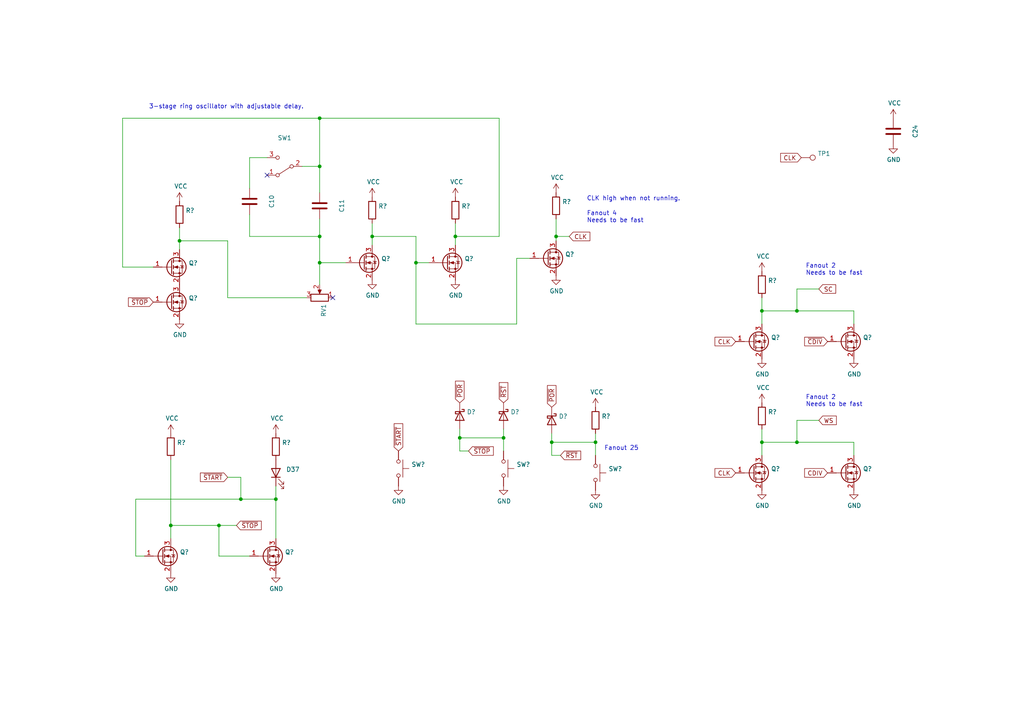
<source format=kicad_sch>
(kicad_sch (version 20211123) (generator eeschema)
  (paper "A4")
  (title_block (title "Q2 Computer") (date "2022-04-16") (rev "4c") (company "joewing.net"))
  (lib_symbols
    (symbol "Connector:TestPoint" (pin_numbers hide) (pin_names (offset 0.762) hide)
      (property "Reference" "TP" (at 0 6.858 0))
      (property "Value" "TestPoint" (at 0 5.08 0))
      (symbol "TestPoint_0_1"
        (circle (center 0 3.302) (radius 0.762))
      )
      (symbol "TestPoint_1_1"
        (pin passive line (at 0 0 90) (length 2.54) (name "1") (number "1"))
      )
    )
    (symbol "Device:C" (pin_numbers hide) (pin_names (offset 0.254))
      (property "Reference" "C" (at 0.635 2.54 0))
      (property "Value" "C" (at 0.635 -2.54 0))
      (symbol "C_0_1"
        (polyline (pts (xy -2.032 -0.762) (xy 2.032 -0.762)) (stroke (width 0.508)))
        (polyline (pts (xy -2.032 0.762) (xy 2.032 0.762)) (stroke (width 0.508)))
      )
      (symbol "C_1_1"
        (pin passive line (at 0 3.81 270) (length 2.794) (name "~") (number "1"))
        (pin passive line (at 0 -3.81 90) (length 2.794) (name "~") (number "2"))
      )
    )
    (symbol "Device:LED" (pin_numbers hide) (pin_names (offset 1.016) hide)
      (property "Reference" "D" (at 0 2.54 0))
      (property "Value" "LED" (at 0 -2.54 0))
      (symbol "LED_0_1"
        (polyline (pts (xy -1.27 -1.27) (xy -1.27 1.27)) (stroke (width 0.254)))
        (polyline (pts (xy -1.27 0) (xy 1.27 0)))
        (polyline (pts (xy 1.27 -1.27) (xy 1.27 1.27) (xy -1.27 0) (xy 1.27 -1.27)) (stroke (width 0.254)))
        (polyline (pts (xy -3.048 -0.762) (xy -4.572 -2.286) (xy -3.81 -2.286) (xy -4.572 -2.286) (xy -4.572 -1.524)))
        (polyline (pts (xy -1.778 -0.762) (xy -3.302 -2.286) (xy -2.54 -2.286) (xy -3.302 -2.286) (xy -3.302 -1.524)))
      )
      (symbol "LED_1_1"
        (pin passive line (at -3.81 0 0) (length 2.54) (name "K") (number "1"))
        (pin passive line (at 3.81 0 180) (length 2.54) (name "A") (number "2"))
      )
    )
    (symbol "Device:R" (pin_numbers hide) (pin_names (offset 0))
      (property "Reference" "R" (at 2.032 0 90))
      (property "Value" "R" (at 0 0 90))
      (symbol "R_0_1"
        (rectangle (start -1.016 -2.54) (end 1.016 2.54) (stroke (width 0.254)))
      )
      (symbol "R_1_1"
        (pin passive line (at 0 3.81 270) (length 1.27) (name "~") (number "1"))
        (pin passive line (at 0 -3.81 90) (length 1.27) (name "~") (number "2"))
      )
    )
    (symbol "Diode:BAT43W-V" (pin_numbers hide) (pin_names (offset 1.016) hide)
      (property "Reference" "D" (at 0 2.54 0))
      (property "Value" "BAT43W-V" (at 0 -2.54 0))
      (symbol "BAT43W-V_0_1"
        (polyline (pts (xy 1.27 0) (xy -1.27 0)))
        (polyline (pts (xy 1.27 1.27) (xy 1.27 -1.27) (xy -1.27 0) (xy 1.27 1.27)) (stroke (width 0.254)))
        (polyline (pts (xy -1.905 0.635) (xy -1.905 1.27) (xy -1.27 1.27) (xy -1.27 -1.27) (xy -0.635 -1.27) (xy -0.635 -0.635)) (stroke (width 0.254)))
      )
      (symbol "BAT43W-V_1_1"
        (pin passive line (at -3.81 0 0) (length 2.54) (name "K") (number "1"))
        (pin passive line (at 3.81 0 180) (length 2.54) (name "A") (number "2"))
      )
    )
    (symbol "Switch:SW_Push" (pin_numbers hide) (pin_names (offset 1.016) hide)
      (property "Reference" "SW" (at 1.27 2.54 0))
      (property "Value" "SW_Push" (at 0 -1.524 0))
      (symbol "SW_Push_0_1"
        (circle (center -2.032 0) (radius 0.508))
        (polyline (pts (xy 0 1.27) (xy 0 3.048)))
        (polyline (pts (xy 2.54 1.27) (xy -2.54 1.27)))
        (circle (center 2.032 0) (radius 0.508))
        (pin passive line (at -5.08 0 0) (length 2.54) (name "1") (number "1"))
        (pin passive line (at 5.08 0 180) (length 2.54) (name "2") (number "2"))
      )
    )
    (symbol "Switch:SW_SPDT" (pin_names (offset 0) hide)
      (property "Reference" "SW" (at 0 4.318 0))
      (property "Value" "SW_SPDT" (at 0 -5.08 0))
      (symbol "SW_SPDT_0_0"
        (circle (center -2.032 0) (radius 0.508))
        (circle (center 2.032 -2.54) (radius 0.508))
      )
      (symbol "SW_SPDT_0_1"
        (polyline (pts (xy -1.524 0.254) (xy 1.651 2.286)))
        (circle (center 2.032 2.54) (radius 0.508))
      )
      (symbol "SW_SPDT_1_1"
        (pin passive line (at 5.08 2.54 180) (length 2.54) (name "A") (number "1"))
        (pin passive line (at -5.08 0 0) (length 2.54) (name "B") (number "2"))
        (pin passive line (at 5.08 -2.54 180) (length 2.54) (name "C") (number "3"))
      )
    )
    (symbol "Transistor_FET:2N7002" (pin_names hide)
      (property "Reference" "Q" (at 5.08 1.905 0))
      (property "Value" "2N7002" (at 5.08 0 0))
      (symbol "2N7002_0_1"
        (polyline (pts (xy 0.254 0) (xy -2.54 0)))
        (polyline (pts (xy 0.254 1.905) (xy 0.254 -1.905)) (stroke (width 0.254)))
        (polyline (pts (xy 0.762 -1.27) (xy 0.762 -2.286)) (stroke (width 0.254)))
        (polyline (pts (xy 0.762 0.508) (xy 0.762 -0.508)) (stroke (width 0.254)))
        (polyline (pts (xy 0.762 2.286) (xy 0.762 1.27)) (stroke (width 0.254)))
        (polyline (pts (xy 2.54 2.54) (xy 2.54 1.778)))
        (polyline (pts (xy 2.54 -2.54) (xy 2.54 0) (xy 0.762 0)))
        (polyline (pts (xy 0.762 -1.778) (xy 3.302 -1.778) (xy 3.302 1.778) (xy 0.762 1.778)))
        (polyline (pts (xy 1.016 0) (xy 2.032 0.381) (xy 2.032 -0.381) (xy 1.016 0)) (fill (type outline)))
        (polyline (pts (xy 2.794 0.508) (xy 2.921 0.381) (xy 3.683 0.381) (xy 3.81 0.254)))
        (polyline (pts (xy 3.302 0.381) (xy 2.921 -0.254) (xy 3.683 -0.254) (xy 3.302 0.381)))
        (circle (center 1.651 0) (radius 2.794) (stroke (width 0.254)))
        (circle (center 2.54 -1.778) (radius 0.254) (fill (type outline)))
        (circle (center 2.54 1.778) (radius 0.254) (fill (type outline)))
      )
      (symbol "2N7002_1_1"
        (pin input line (at -5.08 0 0) (length 2.54) (name "G") (number "1"))
        (pin passive line (at 2.54 -5.08 90) (length 2.54) (name "S") (number "2"))
        (pin passive line (at 2.54 5.08 270) (length 2.54) (name "D") (number "3"))
      )
    )
    (symbol "power:GND" (power) (pin_names (offset 0))
      (property "Value" "GND" (at 0 -3.81 0))
      (symbol "GND_0_1"
        (polyline (pts (xy 0 0) (xy 0 -1.27) (xy 1.27 -1.27) (xy 0 -2.54) (xy -1.27 -1.27) (xy 0 -1.27)))
      )
      (symbol "GND_1_1"
        (pin power_in line (at 0 0 270) (length 0) hide (name "GND") (number "1"))
      )
    )
    (symbol "power:VCC" (power) (pin_names (offset 0))
      (property "Value" "VCC" (at 0 3.81 0))
      (symbol "VCC_0_1"
        (polyline (pts (xy -0.762 1.27) (xy 0 2.54)))
        (polyline (pts (xy 0 0) (xy 0 2.54)))
        (polyline (pts (xy 0 2.54) (xy 0.762 1.27)))
      )
      (symbol "VCC_1_1"
        (pin power_in line (at 0 0 90) (length 0) hide (name "VCC") (number "1"))
      )
    )
    (symbol "q2-rescue:R_POT-Device" (pin_names (offset 1.016) hide)
      (property "Reference" "RV" (at -4.445 0 90))
      (property "Value" "R_POT-Device" (at -2.54 0 90))
      (symbol "R_POT-Device_0_1"
        (polyline (pts (xy 2.54 0) (xy 1.524 0)))
        (polyline (pts (xy 1.143 0) (xy 2.286 0.508) (xy 2.286 -0.508) (xy 1.143 0)) (fill (type outline)))
        (rectangle (start 1.016 2.54) (end -1.016 -2.54) (stroke (width 0.254)))
      )
      (symbol "R_POT-Device_1_1"
        (pin passive line (at 0 3.81 270) (length 1.27) (name "1") (number "1"))
        (pin passive line (at 3.81 0 180) (length 1.27) (name "2") (number "2"))
        (pin passive line (at 0 -3.81 90) (length 1.27) (name "3") (number "3"))
      )
    )
  )
  (junction (at 172.72 128.27))
  (junction (at 49.53 152.4))
  (junction (at 52.07 69.85))
  (junction (at 160.02 128.27))
  (junction (at 63.5 152.4))
  (junction (at 92.71 34.29))
  (junction (at 92.71 76.2))
  (junction (at 220.98 128.27))
  (junction (at 231.14 90.17))
  (junction (at 92.71 68.58))
  (junction (at 132.08 68.58))
  (junction (at 146.05 127))
  (junction (at 107.95 68.58))
  (junction (at 80.01 144.78))
  (junction (at 220.98 90.17))
  (junction (at 231.14 128.27))
  (junction (at 161.29 68.58))
  (junction (at 92.71 48.26))
  (junction (at 69.85 144.78))
  (junction (at 120.65 76.2))
  (junction (at 133.35 127))
  (no_connect (at 77.47 50.8))
  (no_connect (at 96.52 86.36))
  (wire (pts (xy 247.65 90.17) (xy 231.14 90.17)))
  (wire (pts (xy 72.39 68.58) (xy 92.71 68.58)))
  (wire (pts (xy 132.08 64.77) (xy 132.08 68.58)))
  (wire (pts (xy 35.56 34.29) (xy 92.71 34.29)))
  (wire (pts (xy 220.98 132.08) (xy 220.98 128.27)))
  (wire (pts (xy 247.65 132.08) (xy 247.65 128.27)))
  (wire (pts (xy 63.5 152.4) (xy 49.53 152.4)))
  (wire (pts (xy 92.71 76.2) (xy 100.33 76.2)))
  (wire (pts (xy 132.08 68.58) (xy 132.08 71.12)))
  (wire (pts (xy 172.72 132.08) (xy 172.72 128.27)))
  (wire (pts (xy 66.04 69.85) (xy 66.04 86.36)))
  (wire (pts (xy 107.95 68.58) (xy 107.95 71.12)))
  (wire (pts (xy 231.14 121.92) (xy 231.14 128.27)))
  (wire (pts (xy 39.37 161.29) (xy 41.91 161.29)))
  (wire (pts (xy 161.29 63.5) (xy 161.29 68.58)))
  (wire (pts (xy 92.71 68.58) (xy 92.71 63.5)))
  (wire (pts (xy 49.53 133.35) (xy 49.53 152.4)))
  (wire (pts (xy 39.37 161.29) (xy 39.37 144.78)))
  (wire (pts (xy 132.08 68.58) (xy 144.78 68.58)))
  (wire (pts (xy 92.71 68.58) (xy 92.71 76.2)))
  (wire (pts (xy 72.39 62.23) (xy 72.39 68.58)))
  (wire (pts (xy 52.07 69.85) (xy 66.04 69.85)))
  (wire (pts (xy 80.01 140.97) (xy 80.01 144.78)))
  (wire (pts (xy 35.56 77.47) (xy 44.45 77.47)))
  (wire (pts (xy 133.35 130.81) (xy 133.35 127)))
  (wire (pts (xy 220.98 124.46) (xy 220.98 128.27)))
  (wire (pts (xy 92.71 76.2) (xy 92.71 82.55)))
  (wire (pts (xy 120.65 93.98) (xy 149.86 93.98)))
  (wire (pts (xy 237.49 121.92) (xy 231.14 121.92)))
  (wire (pts (xy 149.86 74.93) (xy 153.67 74.93)))
  (wire (pts (xy 35.56 34.29) (xy 35.56 77.47)))
  (wire (pts (xy 135.89 130.81) (xy 133.35 130.81)))
  (wire (pts (xy 63.5 161.29) (xy 63.5 152.4)))
  (wire (pts (xy 220.98 86.36) (xy 220.98 90.17)))
  (wire (pts (xy 107.95 68.58) (xy 120.65 68.58)))
  (wire (pts (xy 66.04 86.36) (xy 88.9 86.36)))
  (wire (pts (xy 63.5 161.29) (xy 72.39 161.29)))
  (wire (pts (xy 52.07 69.85) (xy 52.07 72.39)))
  (wire (pts (xy 220.98 90.17) (xy 231.14 90.17)))
  (wire (pts (xy 87.63 48.26) (xy 92.71 48.26)))
  (wire (pts (xy 160.02 132.08) (xy 160.02 128.27)))
  (wire (pts (xy 161.29 68.58) (xy 161.29 69.85)))
  (wire (pts (xy 92.71 34.29) (xy 144.78 34.29)))
  (wire (pts (xy 69.85 138.43) (xy 69.85 144.78)))
  (wire (pts (xy 133.35 124.46) (xy 133.35 127)))
  (wire (pts (xy 220.98 128.27) (xy 231.14 128.27)))
  (wire (pts (xy 120.65 76.2) (xy 120.65 93.98)))
  (wire (pts (xy 69.85 144.78) (xy 80.01 144.78)))
  (wire (pts (xy 72.39 45.72) (xy 77.47 45.72)))
  (wire (pts (xy 107.95 64.77) (xy 107.95 68.58)))
  (wire (pts (xy 247.65 93.98) (xy 247.65 90.17)))
  (wire (pts (xy 68.58 152.4) (xy 63.5 152.4)))
  (wire (pts (xy 72.39 45.72) (xy 72.39 54.61)))
  (wire (pts (xy 49.53 152.4) (xy 49.53 156.21)))
  (wire (pts (xy 160.02 128.27) (xy 172.72 128.27)))
  (wire (pts (xy 231.14 83.82) (xy 231.14 90.17)))
  (wire (pts (xy 120.65 68.58) (xy 120.65 76.2)))
  (wire (pts (xy 247.65 128.27) (xy 231.14 128.27)))
  (wire (pts (xy 146.05 130.81) (xy 146.05 127)))
  (wire (pts (xy 66.04 138.43) (xy 69.85 138.43)))
  (wire (pts (xy 144.78 34.29) (xy 144.78 68.58)))
  (wire (pts (xy 39.37 144.78) (xy 69.85 144.78)))
  (wire (pts (xy 172.72 128.27) (xy 172.72 125.73)))
  (wire (pts (xy 52.07 66.04) (xy 52.07 69.85)))
  (wire (pts (xy 149.86 93.98) (xy 149.86 74.93)))
  (wire (pts (xy 165.1 68.58) (xy 161.29 68.58)))
  (wire (pts (xy 133.35 127) (xy 146.05 127)))
  (wire (pts (xy 160.02 125.73) (xy 160.02 128.27)))
  (wire (pts (xy 92.71 48.26) (xy 92.71 34.29)))
  (wire (pts (xy 237.49 83.82) (xy 231.14 83.82)))
  (wire (pts (xy 80.01 144.78) (xy 80.01 156.21)))
  (wire (pts (xy 162.56 132.08) (xy 160.02 132.08)))
  (wire (pts (xy 120.65 76.2) (xy 124.46 76.2)))
  (wire (pts (xy 146.05 124.46) (xy 146.05 127)))
  (wire (pts (xy 92.71 55.88) (xy 92.71 48.26)))
  (wire (pts (xy 220.98 93.98) (xy 220.98 90.17)))
  (text "Fanout 4\nNeeds to be fast" (at 170.18 64.77 0) (effects (font (size 1.27 1.27)) (justify left bottom)))
  (text "CLK high when not running." (at 170.18 58.42 0) (effects (font (size 1.27 1.27)) (justify left bottom)))
  (text "Fanout 25" (at 175.26 130.81 0) (effects (font (size 1.27 1.27)) (justify left bottom)))
  (text "Fanout 2\nNeeds to be fast" (at 233.68 80.01 0) (effects (font (size 1.27 1.27)) (justify left bottom)))
  (text "Fanout 2\nNeeds to be fast" (at 233.68 118.11 0) (effects (font (size 1.27 1.27)) (justify left bottom)))
  (text "3-stage ring oscillator with adjustable delay." (at 43.18 31.75 0) (effects (font (size 1.27 1.27)) (justify left bottom)))
  (global_label "CLK" (shape input) (at 213.36 99.06 180) (property "Intersheet References" "${INTERSHEET_REFS}" (effects hide)))
  (global_label "~{STOP}" (shape input) (at 68.58 152.4 0) (property "Intersheet References" "${INTERSHEET_REFS}" (effects hide)))
  (global_label "WS" (shape input) (at 237.49 121.92 0) (property "Intersheet References" "${INTERSHEET_REFS}" (effects hide)))
  (global_label "~{STOP}" (shape input) (at 44.45 87.63 180) (property "Intersheet References" "${INTERSHEET_REFS}" (effects hide)))
  (global_label "CLK" (shape input) (at 213.36 137.16 180) (property "Intersheet References" "${INTERSHEET_REFS}" (effects hide)))
  (global_label "~{CDIV}" (shape input) (at 240.03 99.06 180) (property "Intersheet References" "${INTERSHEET_REFS}" (effects hide)))
  (global_label "CDIV" (shape input) (at 240.03 137.16 180) (property "Intersheet References" "${INTERSHEET_REFS}" (effects hide)))
  (global_label "~{START}" (shape input) (at 115.57 130.81 90) (property "Intersheet References" "${INTERSHEET_REFS}" (effects hide)))
  (global_label "~{POR}" (shape input) (at 160.02 118.11 90) (property "Intersheet References" "${INTERSHEET_REFS}" (effects hide)))
  (global_label "~{RST}" (shape input) (at 146.05 116.84 90) (property "Intersheet References" "${INTERSHEET_REFS}" (effects hide)))
  (global_label "~{RST}" (shape input) (at 162.56 132.08 0) (property "Intersheet References" "${INTERSHEET_REFS}" (effects hide)))
  (global_label "CLK" (shape input) (at 232.41 45.72 180) (property "Intersheet References" "${INTERSHEET_REFS}" (effects hide)))
  (global_label "~{STOP}" (shape input) (at 135.89 130.81 0) (property "Intersheet References" "${INTERSHEET_REFS}" (effects hide)))
  (global_label "~{POR}" (shape input) (at 133.35 116.84 90) (property "Intersheet References" "${INTERSHEET_REFS}" (effects hide)))
  (global_label "CLK" (shape input) (at 165.1 68.58 0) (property "Intersheet References" "${INTERSHEET_REFS}" (effects hide)))
  (global_label "SC" (shape input) (at 237.49 83.82 0) (property "Intersheet References" "${INTERSHEET_REFS}" (effects hide)))
  (global_label "~{START}" (shape input) (at 66.04 138.43 180) (property "Intersheet References" "${INTERSHEET_REFS}" (effects hide)))
  (symbol (lib_id "Connector:TestPoint") (at 232.41 45.72 270) (unit 1)
    (property "Reference" "TP1" (at 237.1852 44.5516 90) (effects (justify left)))
  )
  (symbol (lib_id "Device:R") (at 220.98 82.55 0) (unit 1)
    (property "Reference" "R?" (at 222.758 81.3816 0) (effects (justify left)))
    (property "LCSC" "C23162" (effects hide))
    (property "Manufacturer" "UNI-ROYAL(Uniroyal Elec)" (effects hide))
    (property "Part Number" "0603WAF4701T5E" (effects hide))
    (property "Package" "0603" (effects hide))
    (property "Type" "SMD" (effects hide))
  )
  (symbol (lib_id "Switch:SW_SPDT") (at 82.55 48.26 180) (unit 1)
    (property "Reference" "SW1" (at 82.55 40.005 0))
    (property "LCSC" "C514017" (effects hide))
    (property "Manufacturer" "Yuandi" (effects hide))
    (property "Part Number" "TA-3524S-A2" (effects hide))
    (property "Package" "6.6x2.7x2mm" (effects hide))
    (property "Type" "SMD" (effects hide))
  )
  (symbol (lib_id "Device:C") (at 72.39 58.42 180) (unit 1)
    (property "Reference" "C10" (at 78.7908 58.42 90))
    (property "LCSC" "C28323" (effects hide))
    (property "Manufacturer" "Samsung Electro-Mechanics" (effects hide))
    (property "Part Number" "CL21B105KBFNNNE" (effects hide))
    (property "Package" "0805" (effects hide))
    (property "Type" "SMD" (effects hide))
  )
  (symbol (lib_id "power:GND") (at 49.53 166.37 0) (unit 1)
    (property "Reference" "#PWR?" (effects hide))
  )
  (symbol (lib_id "power:GND") (at 80.01 166.37 0) (unit 1)
    (property "Reference" "#PWR?" (effects hide))
  )
  (symbol (lib_id "Device:R") (at 49.53 129.54 0) (unit 1)
    (property "Reference" "R?" (at 51.308 128.3716 0) (effects (justify left)))
    (property "LCSC" "C25804" (effects hide))
    (property "Manufacturer" "UNI-ROYAL(Uniroyal Elec)" (effects hide))
    (property "Part Number" "0603WAF1002T5E" (effects hide))
    (property "Package" "0603" (effects hide))
    (property "Type" "SMD" (effects hide))
  )
  (symbol (lib_id "power:VCC") (at 49.53 125.73 0) (unit 1)
    (property "Reference" "#PWR?" (effects hide))
  )
  (symbol (lib_id "power:GND") (at 220.98 104.14 0) (unit 1)
    (property "Reference" "#PWR?" (effects hide))
  )
  (symbol (lib_id "power:GND") (at 247.65 104.14 0) (unit 1)
    (property "Reference" "#PWR?" (effects hide))
  )
  (symbol (lib_id "power:VCC") (at 220.98 78.74 0) (unit 1)
    (property "Reference" "#PWR?" (effects hide))
  )
  (symbol (lib_id "Device:LED") (at 80.01 137.16 90) (unit 1)
    (property "Reference" "D37" (at 83.0072 136.1694 90) (effects (justify right)))
    (property "LCSC" "C2296" (effects hide))
    (property "Manufacturer" "Hubei KENTO Elec" (effects hide))
    (property "Part Number" "17-21SUYC/TR8" (effects hide))
    (property "Package" "0805" (effects hide))
    (property "Type" "SMD" (effects hide))
  )
  (symbol (lib_id "Device:R") (at 80.01 129.54 0) (unit 1)
    (property "Reference" "R?" (at 81.788 128.3716 0) (effects (justify left)))
    (property "LCSC" "C21190" (effects hide))
    (property "Manufacturer" "UNI-ROYAL(Uniroyal Elec)" (effects hide))
    (property "Part Number" "0603WAF1001T5E" (effects hide))
    (property "Package" "0603" (effects hide))
    (property "Type" "SMD" (effects hide))
  )
  (symbol (lib_id "power:VCC") (at 80.01 125.73 0) (unit 1)
    (property "Reference" "#PWR?" (effects hide))
  )
  (symbol (lib_id "power:GND") (at 220.98 142.24 0) (unit 1)
    (property "Reference" "#PWR?" (effects hide))
  )
  (symbol (lib_id "power:GND") (at 247.65 142.24 0) (unit 1)
    (property "Reference" "#PWR?" (effects hide))
  )
  (symbol (lib_id "power:VCC") (at 220.98 116.84 0) (unit 1)
    (property "Reference" "#PWR?" (effects hide))
  )
  (symbol (lib_id "Transistor_FET:2N7002") (at 218.44 137.16 0) (unit 1)
    (property "Reference" "Q?" (at 223.6216 135.9916 0) (effects (justify left)))
    (property "LCSC" "C181083" (effects hide))
    (property "Manufacturer" "Guangdong Hottech" (effects hide))
    (property "Part Number" "2N7002" (effects hide))
    (property "Package" "SOT-23" (effects hide))
    (property "Type" "SMD" (effects hide))
  )
  (symbol (lib_id "Transistor_FET:2N7002") (at 245.11 137.16 0) (unit 1)
    (property "Reference" "Q?" (at 250.2916 135.9916 0) (effects (justify left)))
    (property "LCSC" "C181083" (effects hide))
    (property "Manufacturer" "Guangdong Hottech" (effects hide))
    (property "Part Number" "2N7002" (effects hide))
    (property "Package" "SOT-23" (effects hide))
    (property "Type" "SMD" (effects hide))
  )
  (symbol (lib_id "Device:R") (at 220.98 120.65 0) (unit 1)
    (property "Reference" "R?" (at 222.758 119.4816 0) (effects (justify left)))
    (property "LCSC" "C23162" (effects hide))
    (property "Manufacturer" "UNI-ROYAL(Uniroyal Elec)" (effects hide))
    (property "Part Number" "0603WAF4701T5E" (effects hide))
    (property "Package" "0603" (effects hide))
    (property "Type" "SMD" (effects hide))
  )
  (symbol (lib_id "Transistor_FET:2N7002") (at 218.44 99.06 0) (unit 1)
    (property "Reference" "Q?" (at 223.6216 97.8916 0) (effects (justify left)))
    (property "LCSC" "C181083" (effects hide))
    (property "Manufacturer" "Guangdong Hottech" (effects hide))
    (property "Part Number" "2N7002" (effects hide))
    (property "Package" "SOT-23" (effects hide))
    (property "Type" "SMD" (effects hide))
  )
  (symbol (lib_id "Transistor_FET:2N7002") (at 245.11 99.06 0) (unit 1)
    (property "Reference" "Q?" (at 250.2916 97.8916 0) (effects (justify left)))
    (property "LCSC" "C181083" (effects hide))
    (property "Manufacturer" "Guangdong Hottech" (effects hide))
    (property "Part Number" "2N7002" (effects hide))
    (property "Package" "SOT-23" (effects hide))
    (property "Type" "SMD" (effects hide))
  )
  (symbol (lib_id "Transistor_FET:2N7002") (at 46.99 161.29 0) (unit 1)
    (property "Reference" "Q?" (at 52.1716 160.1216 0) (effects (justify left)))
    (property "LCSC" "C181083" (effects hide))
    (property "Manufacturer" "Guangdong Hottech" (effects hide))
    (property "Part Number" "2N7002" (effects hide))
    (property "Package" "SOT-23" (effects hide))
    (property "Type" "SMD" (effects hide))
  )
  (symbol (lib_id "Transistor_FET:2N7002") (at 77.47 161.29 0) (unit 1)
    (property "Reference" "Q?" (at 82.6516 160.1216 0) (effects (justify left)))
    (property "LCSC" "C181083" (effects hide))
    (property "Manufacturer" "Guangdong Hottech" (effects hide))
    (property "Part Number" "2N7002" (effects hide))
    (property "Package" "SOT-23" (effects hide))
    (property "Type" "SMD" (effects hide))
  )
  (symbol (lib_id "Transistor_FET:2N7002") (at 105.41 76.2 0) (unit 1)
    (property "Reference" "Q?" (at 110.5916 75.0316 0) (effects (justify left)))
    (property "LCSC" "C181083" (effects hide))
    (property "Manufacturer" "Guangdong Hottech" (effects hide))
    (property "Part Number" "2N7002K" (effects hide))
    (property "Package" "SOT-23" (effects hide))
    (property "Type" "SMD" (effects hide))
  )
  (symbol (lib_id "Transistor_FET:2N7002") (at 49.53 77.47 0) (unit 1)
    (property "Reference" "Q?" (at 54.7116 76.3016 0) (effects (justify left)))
    (property "LCSC" "C181083" (effects hide))
    (property "Manufacturer" "Guangdong Hottech" (effects hide))
    (property "Part Number" "2N7002K" (effects hide))
    (property "Package" "SOT-23" (effects hide))
    (property "Type" "SMD" (effects hide))
  )
  (symbol (lib_id "Transistor_FET:2N7002") (at 129.54 76.2 0) (unit 1)
    (property "Reference" "Q?" (at 134.7216 75.0316 0) (effects (justify left)))
    (property "LCSC" "C181083" (effects hide))
    (property "Manufacturer" "Guangdong Hottech" (effects hide))
    (property "Part Number" "2N7002K" (effects hide))
    (property "Package" "SOT-23" (effects hide))
    (property "Type" "SMD" (effects hide))
  )
  (symbol (lib_id "Device:R") (at 52.07 62.23 0) (unit 1)
    (property "Reference" "R?" (at 53.848 61.0616 0) (effects (justify left)))
    (property "LCSC" "C25804" (effects hide))
    (property "Manufacturer" "UNI-ROYAL(Uniroyal Elec)" (effects hide))
    (property "Part Number" "0603WAF1002T5E" (effects hide))
    (property "Package" "0603" (effects hide))
    (property "Type" "SMD" (effects hide))
  )
  (symbol (lib_id "power:VCC") (at 52.07 58.42 0) (unit 1)
    (property "Reference" "#PWR?" (effects hide))
  )
  (symbol (lib_id "Device:R") (at 132.08 60.96 0) (unit 1)
    (property "Reference" "R?" (at 133.858 59.7916 0) (effects (justify left)))
    (property "LCSC" "C25804" (effects hide))
    (property "Manufacturer" "UNI-ROYAL(Uniroyal Elec)" (effects hide))
    (property "Part Number" "0603WAF1002T5E" (effects hide))
    (property "Package" "0603" (effects hide))
    (property "Type" "SMD" (effects hide))
  )
  (symbol (lib_id "power:VCC") (at 132.08 57.15 0) (unit 1)
    (property "Reference" "#PWR?" (effects hide))
  )
  (symbol (lib_id "power:GND") (at 52.07 92.71 0) (unit 1)
    (property "Reference" "#PWR?" (effects hide))
  )
  (symbol (lib_id "Device:R") (at 161.29 59.69 0) (unit 1)
    (property "Reference" "R?" (at 163.068 58.5216 0) (effects (justify left)))
    (property "LCSC" "C23162" (effects hide))
    (property "Manufacturer" "UNI-ROYAL(Uniroyal Elec)" (effects hide))
    (property "Part Number" "0603WAF4701T5E" (effects hide))
    (property "Package" "0603" (effects hide))
    (property "Type" "SMD" (effects hide))
  )
  (symbol (lib_id "power:VCC") (at 161.29 55.88 0) (unit 1)
    (property "Reference" "#PWR?" (effects hide))
  )
  (symbol (lib_id "Transistor_FET:2N7002") (at 49.53 87.63 0) (unit 1)
    (property "Reference" "Q?" (at 54.7116 86.4616 0) (effects (justify left)))
    (property "LCSC" "C181083" (effects hide))
    (property "Manufacturer" "Guangdong Hottech" (effects hide))
    (property "Part Number" "2N7002K" (effects hide))
    (property "Package" "SOT-23" (effects hide))
    (property "Type" "SMD" (effects hide))
  )
  (symbol (lib_id "Device:C") (at 92.71 59.69 180) (unit 1)
    (property "Reference" "C11" (at 99.1108 59.69 90))
    (property "LCSC" "C1743" (effects hide))
    (property "Manufacturer" "FH" (effects hide))
    (property "Part Number" "0805B471K500NT" (effects hide))
    (property "Package" "0805" (effects hide))
    (property "Type" "SMD" (effects hide))
  )
  (symbol (lib_id "Device:R") (at 107.95 60.96 0) (unit 1)
    (property "Reference" "R?" (at 109.728 59.7916 0) (effects (justify left)))
    (property "LCSC" "C25804" (effects hide))
    (property "Manufacturer" "UNI-ROYAL(Uniroyal Elec)" (effects hide))
    (property "Part Number" "0603WAF1002T5E" (effects hide))
    (property "Package" "0603" (effects hide))
    (property "Type" "SMD" (effects hide))
  )
  (symbol (lib_id "Transistor_FET:2N7002") (at 158.75 74.93 0) (unit 1)
    (property "Reference" "Q?" (at 163.9316 73.7616 0) (effects (justify left)))
    (property "LCSC" "C181083" (effects hide))
    (property "Manufacturer" "Guangdong Hottech" (effects hide))
    (property "Part Number" "2N7002" (effects hide))
    (property "Package" "SOT-23" (effects hide))
    (property "Type" "SMD" (effects hide))
  )
  (symbol (lib_id "power:GND") (at 161.29 80.01 0) (unit 1)
    (property "Reference" "#PWR?" (effects hide))
  )
  (symbol (lib_id "q2-rescue:R_POT-Device") (at 92.71 86.36 270) (mirror x) (unit 1)
    (property "Reference" "RV1" (at 93.8784 88.138 0) (effects (justify right)))
    (property "LCSC" "C116281" (effects hide))
    (property "Manufacturer" "BOURNS" (effects hide))
    (property "Package" "Plugin" (effects hide))
    (property "Part Number" "3386P-1-103LF" (effects hide))
    (property "Type" "PTH" (effects hide))
  )
  (symbol (lib_id "power:GND") (at 115.57 140.97 0) (unit 1)
    (property "Reference" "#PWR?" (effects hide))
  )
  (symbol (lib_id "Switch:SW_Push") (at 115.57 135.89 270) (unit 1)
    (property "Reference" "SW?" (at 119.3292 134.7216 90) (effects (justify left)))
    (property "LCSC" "C620316" (effects hide))
    (property "Manufacturer" "USAKRO" (effects hide))
    (property "Part Number" "UK-B0228-G5-160-JZ" (effects hide))
    (property "Package" "6x6mm" (effects hide))
    (property "Type" "SMD" (effects hide))
  )
  (symbol (lib_id "Diode:BAT43W-V") (at 133.35 120.65 270) (unit 1)
    (property "Reference" "D?" (at 135.382 119.4816 90) (effects (justify left)))
    (property "LCSC" "C19167" (effects hide))
    (property "Manufacturer" "Changjiang Electronics Tech (CJ)" (effects hide))
    (property "Part Number" "BAT43W" (effects hide))
    (property "Package" "SOD-123" (effects hide))
    (property "Type" "SMD" (effects hide))
  )
  (symbol (lib_id "power:GND") (at 146.05 140.97 0) (unit 1)
    (property "Reference" "#PWR?" (effects hide))
  )
  (symbol (lib_id "Switch:SW_Push") (at 146.05 135.89 270) (unit 1)
    (property "Reference" "SW?" (at 149.8092 134.7216 90) (effects (justify left)))
    (property "LCSC" "C620316" (effects hide))
    (property "Manufacturer" "USAKRO" (effects hide))
    (property "Part Number" "UK-B0228-G5-160-JZ" (effects hide))
    (property "Package" "6x6mm" (effects hide))
    (property "Type" "SMD" (effects hide))
  )
  (symbol (lib_id "Device:R") (at 172.72 121.92 180) (unit 1)
    (property "Reference" "R?" (at 174.498 120.7516 0) (effects (justify right)))
    (property "LCSC" "C25804" (effects hide))
    (property "Manufacturer" "UNI-ROYAL(Uniroyal Elec)" (effects hide))
    (property "Part Number" "0603WAF1002T5E" (effects hide))
    (property "Package" "0603" (effects hide))
    (property "Type" "SMD" (effects hide))
  )
  (symbol (lib_id "power:VCC") (at 172.72 118.11 0) (unit 1)
    (property "Reference" "#PWR?" (effects hide))
  )
  (symbol (lib_id "Diode:BAT43W-V") (at 160.02 121.92 270) (unit 1)
    (property "Reference" "D?" (at 162.052 120.7516 90) (effects (justify left)))
    (property "LCSC" "C19167" (effects hide))
    (property "Manufacturer" "Changjiang Electronics Tech (CJ)" (effects hide))
    (property "Part Number" "BAT43W" (effects hide))
    (property "Package" "SOD-123" (effects hide))
    (property "Type" "SMD" (effects hide))
  )
  (symbol (lib_id "power:GND") (at 172.72 142.24 0) (unit 1)
    (property "Reference" "#PWR?" (effects hide))
  )
  (symbol (lib_id "Switch:SW_Push") (at 172.72 137.16 270) (unit 1)
    (property "Reference" "SW?" (at 176.4792 135.9916 90) (effects (justify left)))
    (property "LCSC" "C620316" (effects hide))
    (property "Manufacturer" "USAKRO" (effects hide))
    (property "Part Number" "UK-B0228-G5-160-JZ" (effects hide))
    (property "Package" "6x6mm" (effects hide))
    (property "Type" "SMD" (effects hide))
  )
  (symbol (lib_id "power:GND") (at 107.95 81.28 0) (unit 1)
    (property "Reference" "#PWR?" (effects hide))
  )
  (symbol (lib_id "power:VCC") (at 107.95 57.15 0) (unit 1)
    (property "Reference" "#PWR?" (effects hide))
  )
  (symbol (lib_id "Diode:BAT43W-V") (at 146.05 120.65 270) (unit 1)
    (property "Reference" "D?" (at 148.082 119.4816 90) (effects (justify left)))
    (property "LCSC" "C19167" (effects hide))
    (property "Manufacturer" "Changjiang Electronics Tech (CJ)" (effects hide))
    (property "Part Number" "BAT43W" (effects hide))
    (property "Package" "SOD-123" (effects hide))
    (property "Type" "SMD" (effects hide))
  )
  (symbol (lib_id "power:GND") (at 132.08 81.28 0) (unit 1)
    (property "Reference" "#PWR?" (effects hide))
  )
  (symbol (lib_id "power:GND") (at 259.08 41.91 0) (unit 1)
    (property "Reference" "#PWR?" (effects hide))
  )
  (symbol (lib_id "power:VCC") (at 259.08 34.29 0) (unit 1)
    (property "Reference" "#PWR?" (effects hide))
  )
  (symbol (lib_id "Device:C") (at 259.08 38.1 180) (unit 1)
    (property "Reference" "C24" (at 265.4808 38.1 90))
    (property "LCSC" "C1743" (effects hide))
    (property "Manufacturer" "FH" (effects hide))
    (property "Part Number" "0805B471K500NT" (effects hide))
    (property "Package" "0805" (effects hide))
    (property "Type" "SMD" (effects hide))
  )
)
</source>
